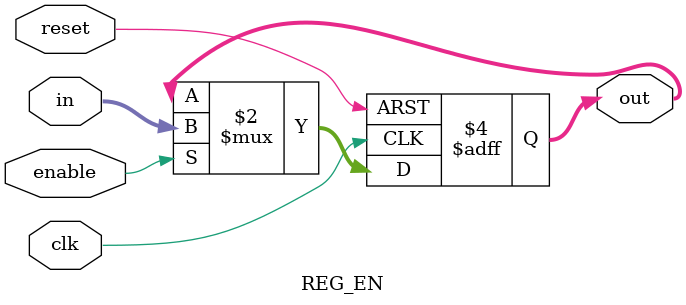
<source format=sv>
module REG_EN(input logic clk,reset,enable,
				  input logic [1:0] in,
				  output logic [1:0] out);
	always_ff@(posedge clk,posedge reset)
		if(reset)
			out <= 0;
		else
			if(enable)
				out <= in;
endmodule

</source>
